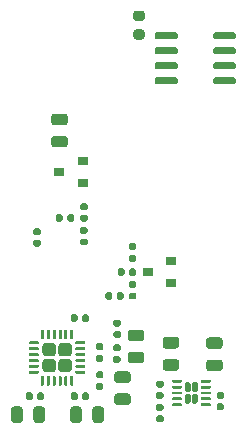
<source format=gbr>
%TF.GenerationSoftware,KiCad,Pcbnew,5.1.6*%
%TF.CreationDate,2020-08-11T21:36:28+00:00*%
%TF.ProjectId,SoundCard,536f756e-6443-4617-9264-2e6b69636164,rev?*%
%TF.SameCoordinates,Original*%
%TF.FileFunction,Paste,Top*%
%TF.FilePolarity,Positive*%
%FSLAX46Y46*%
G04 Gerber Fmt 4.6, Leading zero omitted, Abs format (unit mm)*
G04 Created by KiCad (PCBNEW 5.1.6) date 2020-08-11 21:36:28*
%MOMM*%
%LPD*%
G01*
G04 APERTURE LIST*
%ADD10R,0.900000X0.800000*%
G04 APERTURE END LIST*
%TO.C,U3*%
G36*
G01*
X137199460Y-137728120D02*
X137199460Y-138358120D01*
G75*
G02*
X136949460Y-138608120I-250000J0D01*
G01*
X136319460Y-138608120D01*
G75*
G02*
X136069460Y-138358120I0J250000D01*
G01*
X136069460Y-137728120D01*
G75*
G02*
X136319460Y-137478120I250000J0D01*
G01*
X136949460Y-137478120D01*
G75*
G02*
X137199460Y-137728120I0J-250000D01*
G01*
G37*
G36*
G01*
X137199460Y-139078120D02*
X137199460Y-139708120D01*
G75*
G02*
X136949460Y-139958120I-250000J0D01*
G01*
X136319460Y-139958120D01*
G75*
G02*
X136069460Y-139708120I0J250000D01*
G01*
X136069460Y-139078120D01*
G75*
G02*
X136319460Y-138828120I250000J0D01*
G01*
X136949460Y-138828120D01*
G75*
G02*
X137199460Y-139078120I0J-250000D01*
G01*
G37*
G36*
G01*
X138549460Y-137728120D02*
X138549460Y-138358120D01*
G75*
G02*
X138299460Y-138608120I-250000J0D01*
G01*
X137669460Y-138608120D01*
G75*
G02*
X137419460Y-138358120I0J250000D01*
G01*
X137419460Y-137728120D01*
G75*
G02*
X137669460Y-137478120I250000J0D01*
G01*
X138299460Y-137478120D01*
G75*
G02*
X138549460Y-137728120I0J-250000D01*
G01*
G37*
G36*
G01*
X138549460Y-139078120D02*
X138549460Y-139708120D01*
G75*
G02*
X138299460Y-139958120I-250000J0D01*
G01*
X137669460Y-139958120D01*
G75*
G02*
X137419460Y-139708120I0J250000D01*
G01*
X137419460Y-139078120D01*
G75*
G02*
X137669460Y-138828120I250000J0D01*
G01*
X138299460Y-138828120D01*
G75*
G02*
X138549460Y-139078120I0J-250000D01*
G01*
G37*
G36*
G01*
X138684460Y-140330620D02*
X138684460Y-141030620D01*
G75*
G02*
X138621960Y-141093120I-62500J0D01*
G01*
X138496960Y-141093120D01*
G75*
G02*
X138434460Y-141030620I0J62500D01*
G01*
X138434460Y-140330620D01*
G75*
G02*
X138496960Y-140268120I62500J0D01*
G01*
X138621960Y-140268120D01*
G75*
G02*
X138684460Y-140330620I0J-62500D01*
G01*
G37*
G36*
G01*
X138184460Y-140330620D02*
X138184460Y-141030620D01*
G75*
G02*
X138121960Y-141093120I-62500J0D01*
G01*
X137996960Y-141093120D01*
G75*
G02*
X137934460Y-141030620I0J62500D01*
G01*
X137934460Y-140330620D01*
G75*
G02*
X137996960Y-140268120I62500J0D01*
G01*
X138121960Y-140268120D01*
G75*
G02*
X138184460Y-140330620I0J-62500D01*
G01*
G37*
G36*
G01*
X137684460Y-140330620D02*
X137684460Y-141030620D01*
G75*
G02*
X137621960Y-141093120I-62500J0D01*
G01*
X137496960Y-141093120D01*
G75*
G02*
X137434460Y-141030620I0J62500D01*
G01*
X137434460Y-140330620D01*
G75*
G02*
X137496960Y-140268120I62500J0D01*
G01*
X137621960Y-140268120D01*
G75*
G02*
X137684460Y-140330620I0J-62500D01*
G01*
G37*
G36*
G01*
X137184460Y-140330620D02*
X137184460Y-141030620D01*
G75*
G02*
X137121960Y-141093120I-62500J0D01*
G01*
X136996960Y-141093120D01*
G75*
G02*
X136934460Y-141030620I0J62500D01*
G01*
X136934460Y-140330620D01*
G75*
G02*
X136996960Y-140268120I62500J0D01*
G01*
X137121960Y-140268120D01*
G75*
G02*
X137184460Y-140330620I0J-62500D01*
G01*
G37*
G36*
G01*
X136684460Y-140330620D02*
X136684460Y-141030620D01*
G75*
G02*
X136621960Y-141093120I-62500J0D01*
G01*
X136496960Y-141093120D01*
G75*
G02*
X136434460Y-141030620I0J62500D01*
G01*
X136434460Y-140330620D01*
G75*
G02*
X136496960Y-140268120I62500J0D01*
G01*
X136621960Y-140268120D01*
G75*
G02*
X136684460Y-140330620I0J-62500D01*
G01*
G37*
G36*
G01*
X136184460Y-140330620D02*
X136184460Y-141030620D01*
G75*
G02*
X136121960Y-141093120I-62500J0D01*
G01*
X135996960Y-141093120D01*
G75*
G02*
X135934460Y-141030620I0J62500D01*
G01*
X135934460Y-140330620D01*
G75*
G02*
X135996960Y-140268120I62500J0D01*
G01*
X136121960Y-140268120D01*
G75*
G02*
X136184460Y-140330620I0J-62500D01*
G01*
G37*
G36*
G01*
X135759460Y-139905620D02*
X135759460Y-140030620D01*
G75*
G02*
X135696960Y-140093120I-62500J0D01*
G01*
X134996960Y-140093120D01*
G75*
G02*
X134934460Y-140030620I0J62500D01*
G01*
X134934460Y-139905620D01*
G75*
G02*
X134996960Y-139843120I62500J0D01*
G01*
X135696960Y-139843120D01*
G75*
G02*
X135759460Y-139905620I0J-62500D01*
G01*
G37*
G36*
G01*
X135759460Y-139405620D02*
X135759460Y-139530620D01*
G75*
G02*
X135696960Y-139593120I-62500J0D01*
G01*
X134996960Y-139593120D01*
G75*
G02*
X134934460Y-139530620I0J62500D01*
G01*
X134934460Y-139405620D01*
G75*
G02*
X134996960Y-139343120I62500J0D01*
G01*
X135696960Y-139343120D01*
G75*
G02*
X135759460Y-139405620I0J-62500D01*
G01*
G37*
G36*
G01*
X135759460Y-138905620D02*
X135759460Y-139030620D01*
G75*
G02*
X135696960Y-139093120I-62500J0D01*
G01*
X134996960Y-139093120D01*
G75*
G02*
X134934460Y-139030620I0J62500D01*
G01*
X134934460Y-138905620D01*
G75*
G02*
X134996960Y-138843120I62500J0D01*
G01*
X135696960Y-138843120D01*
G75*
G02*
X135759460Y-138905620I0J-62500D01*
G01*
G37*
G36*
G01*
X135759460Y-138405620D02*
X135759460Y-138530620D01*
G75*
G02*
X135696960Y-138593120I-62500J0D01*
G01*
X134996960Y-138593120D01*
G75*
G02*
X134934460Y-138530620I0J62500D01*
G01*
X134934460Y-138405620D01*
G75*
G02*
X134996960Y-138343120I62500J0D01*
G01*
X135696960Y-138343120D01*
G75*
G02*
X135759460Y-138405620I0J-62500D01*
G01*
G37*
G36*
G01*
X135759460Y-137905620D02*
X135759460Y-138030620D01*
G75*
G02*
X135696960Y-138093120I-62500J0D01*
G01*
X134996960Y-138093120D01*
G75*
G02*
X134934460Y-138030620I0J62500D01*
G01*
X134934460Y-137905620D01*
G75*
G02*
X134996960Y-137843120I62500J0D01*
G01*
X135696960Y-137843120D01*
G75*
G02*
X135759460Y-137905620I0J-62500D01*
G01*
G37*
G36*
G01*
X135759460Y-137405620D02*
X135759460Y-137530620D01*
G75*
G02*
X135696960Y-137593120I-62500J0D01*
G01*
X134996960Y-137593120D01*
G75*
G02*
X134934460Y-137530620I0J62500D01*
G01*
X134934460Y-137405620D01*
G75*
G02*
X134996960Y-137343120I62500J0D01*
G01*
X135696960Y-137343120D01*
G75*
G02*
X135759460Y-137405620I0J-62500D01*
G01*
G37*
G36*
G01*
X136184460Y-136405620D02*
X136184460Y-137105620D01*
G75*
G02*
X136121960Y-137168120I-62500J0D01*
G01*
X135996960Y-137168120D01*
G75*
G02*
X135934460Y-137105620I0J62500D01*
G01*
X135934460Y-136405620D01*
G75*
G02*
X135996960Y-136343120I62500J0D01*
G01*
X136121960Y-136343120D01*
G75*
G02*
X136184460Y-136405620I0J-62500D01*
G01*
G37*
G36*
G01*
X136684460Y-136405620D02*
X136684460Y-137105620D01*
G75*
G02*
X136621960Y-137168120I-62500J0D01*
G01*
X136496960Y-137168120D01*
G75*
G02*
X136434460Y-137105620I0J62500D01*
G01*
X136434460Y-136405620D01*
G75*
G02*
X136496960Y-136343120I62500J0D01*
G01*
X136621960Y-136343120D01*
G75*
G02*
X136684460Y-136405620I0J-62500D01*
G01*
G37*
G36*
G01*
X137184460Y-136405620D02*
X137184460Y-137105620D01*
G75*
G02*
X137121960Y-137168120I-62500J0D01*
G01*
X136996960Y-137168120D01*
G75*
G02*
X136934460Y-137105620I0J62500D01*
G01*
X136934460Y-136405620D01*
G75*
G02*
X136996960Y-136343120I62500J0D01*
G01*
X137121960Y-136343120D01*
G75*
G02*
X137184460Y-136405620I0J-62500D01*
G01*
G37*
G36*
G01*
X137684460Y-136405620D02*
X137684460Y-137105620D01*
G75*
G02*
X137621960Y-137168120I-62500J0D01*
G01*
X137496960Y-137168120D01*
G75*
G02*
X137434460Y-137105620I0J62500D01*
G01*
X137434460Y-136405620D01*
G75*
G02*
X137496960Y-136343120I62500J0D01*
G01*
X137621960Y-136343120D01*
G75*
G02*
X137684460Y-136405620I0J-62500D01*
G01*
G37*
G36*
G01*
X138184460Y-136405620D02*
X138184460Y-137105620D01*
G75*
G02*
X138121960Y-137168120I-62500J0D01*
G01*
X137996960Y-137168120D01*
G75*
G02*
X137934460Y-137105620I0J62500D01*
G01*
X137934460Y-136405620D01*
G75*
G02*
X137996960Y-136343120I62500J0D01*
G01*
X138121960Y-136343120D01*
G75*
G02*
X138184460Y-136405620I0J-62500D01*
G01*
G37*
G36*
G01*
X138684460Y-136405620D02*
X138684460Y-137105620D01*
G75*
G02*
X138621960Y-137168120I-62500J0D01*
G01*
X138496960Y-137168120D01*
G75*
G02*
X138434460Y-137105620I0J62500D01*
G01*
X138434460Y-136405620D01*
G75*
G02*
X138496960Y-136343120I62500J0D01*
G01*
X138621960Y-136343120D01*
G75*
G02*
X138684460Y-136405620I0J-62500D01*
G01*
G37*
G36*
G01*
X139684460Y-137405620D02*
X139684460Y-137530620D01*
G75*
G02*
X139621960Y-137593120I-62500J0D01*
G01*
X138921960Y-137593120D01*
G75*
G02*
X138859460Y-137530620I0J62500D01*
G01*
X138859460Y-137405620D01*
G75*
G02*
X138921960Y-137343120I62500J0D01*
G01*
X139621960Y-137343120D01*
G75*
G02*
X139684460Y-137405620I0J-62500D01*
G01*
G37*
G36*
G01*
X139684460Y-137905620D02*
X139684460Y-138030620D01*
G75*
G02*
X139621960Y-138093120I-62500J0D01*
G01*
X138921960Y-138093120D01*
G75*
G02*
X138859460Y-138030620I0J62500D01*
G01*
X138859460Y-137905620D01*
G75*
G02*
X138921960Y-137843120I62500J0D01*
G01*
X139621960Y-137843120D01*
G75*
G02*
X139684460Y-137905620I0J-62500D01*
G01*
G37*
G36*
G01*
X139684460Y-138405620D02*
X139684460Y-138530620D01*
G75*
G02*
X139621960Y-138593120I-62500J0D01*
G01*
X138921960Y-138593120D01*
G75*
G02*
X138859460Y-138530620I0J62500D01*
G01*
X138859460Y-138405620D01*
G75*
G02*
X138921960Y-138343120I62500J0D01*
G01*
X139621960Y-138343120D01*
G75*
G02*
X139684460Y-138405620I0J-62500D01*
G01*
G37*
G36*
G01*
X139684460Y-138905620D02*
X139684460Y-139030620D01*
G75*
G02*
X139621960Y-139093120I-62500J0D01*
G01*
X138921960Y-139093120D01*
G75*
G02*
X138859460Y-139030620I0J62500D01*
G01*
X138859460Y-138905620D01*
G75*
G02*
X138921960Y-138843120I62500J0D01*
G01*
X139621960Y-138843120D01*
G75*
G02*
X139684460Y-138905620I0J-62500D01*
G01*
G37*
G36*
G01*
X139684460Y-139405620D02*
X139684460Y-139530620D01*
G75*
G02*
X139621960Y-139593120I-62500J0D01*
G01*
X138921960Y-139593120D01*
G75*
G02*
X138859460Y-139530620I0J62500D01*
G01*
X138859460Y-139405620D01*
G75*
G02*
X138921960Y-139343120I62500J0D01*
G01*
X139621960Y-139343120D01*
G75*
G02*
X139684460Y-139405620I0J-62500D01*
G01*
G37*
G36*
G01*
X139684460Y-139905620D02*
X139684460Y-140030620D01*
G75*
G02*
X139621960Y-140093120I-62500J0D01*
G01*
X138921960Y-140093120D01*
G75*
G02*
X138859460Y-140030620I0J62500D01*
G01*
X138859460Y-139905620D01*
G75*
G02*
X138921960Y-139843120I62500J0D01*
G01*
X139621960Y-139843120D01*
G75*
G02*
X139684460Y-139905620I0J-62500D01*
G01*
G37*
%TD*%
%TO.C,R1*%
G36*
G01*
X143990350Y-110926260D02*
X144502850Y-110926260D01*
G75*
G02*
X144721600Y-111145010I0J-218750D01*
G01*
X144721600Y-111582510D01*
G75*
G02*
X144502850Y-111801260I-218750J0D01*
G01*
X143990350Y-111801260D01*
G75*
G02*
X143771600Y-111582510I0J218750D01*
G01*
X143771600Y-111145010D01*
G75*
G02*
X143990350Y-110926260I218750J0D01*
G01*
G37*
G36*
G01*
X143990350Y-109351260D02*
X144502850Y-109351260D01*
G75*
G02*
X144721600Y-109570010I0J-218750D01*
G01*
X144721600Y-110007510D01*
G75*
G02*
X144502850Y-110226260I-218750J0D01*
G01*
X143990350Y-110226260D01*
G75*
G02*
X143771600Y-110007510I0J218750D01*
G01*
X143771600Y-109570010D01*
G75*
G02*
X143990350Y-109351260I218750J0D01*
G01*
G37*
%TD*%
%TO.C,U2*%
G36*
G01*
X148738240Y-142501880D02*
X148738240Y-141931880D01*
G75*
G02*
X148858240Y-141811880I120000J0D01*
G01*
X149098240Y-141811880D01*
G75*
G02*
X149218240Y-141931880I0J-120000D01*
G01*
X149218240Y-142501880D01*
G75*
G02*
X149098240Y-142621880I-120000J0D01*
G01*
X148858240Y-142621880D01*
G75*
G02*
X148738240Y-142501880I0J120000D01*
G01*
G37*
G36*
G01*
X148738240Y-141501880D02*
X148738240Y-140931880D01*
G75*
G02*
X148858240Y-140811880I120000J0D01*
G01*
X149098240Y-140811880D01*
G75*
G02*
X149218240Y-140931880I0J-120000D01*
G01*
X149218240Y-141501880D01*
G75*
G02*
X149098240Y-141621880I-120000J0D01*
G01*
X148858240Y-141621880D01*
G75*
G02*
X148738240Y-141501880I0J120000D01*
G01*
G37*
G36*
G01*
X148138240Y-142501880D02*
X148138240Y-141931880D01*
G75*
G02*
X148258240Y-141811880I120000J0D01*
G01*
X148498240Y-141811880D01*
G75*
G02*
X148618240Y-141931880I0J-120000D01*
G01*
X148618240Y-142501880D01*
G75*
G02*
X148498240Y-142621880I-120000J0D01*
G01*
X148258240Y-142621880D01*
G75*
G02*
X148138240Y-142501880I0J120000D01*
G01*
G37*
G36*
G01*
X148138240Y-141501880D02*
X148138240Y-140931880D01*
G75*
G02*
X148258240Y-140811880I120000J0D01*
G01*
X148498240Y-140811880D01*
G75*
G02*
X148618240Y-140931880I0J-120000D01*
G01*
X148618240Y-141501880D01*
G75*
G02*
X148498240Y-141621880I-120000J0D01*
G01*
X148258240Y-141621880D01*
G75*
G02*
X148138240Y-141501880I0J120000D01*
G01*
G37*
G36*
G01*
X149478240Y-140779380D02*
X149478240Y-140654380D01*
G75*
G02*
X149540740Y-140591880I62500J0D01*
G01*
X150240740Y-140591880D01*
G75*
G02*
X150303240Y-140654380I0J-62500D01*
G01*
X150303240Y-140779380D01*
G75*
G02*
X150240740Y-140841880I-62500J0D01*
G01*
X149540740Y-140841880D01*
G75*
G02*
X149478240Y-140779380I0J62500D01*
G01*
G37*
G36*
G01*
X149478240Y-141279380D02*
X149478240Y-141154380D01*
G75*
G02*
X149540740Y-141091880I62500J0D01*
G01*
X150240740Y-141091880D01*
G75*
G02*
X150303240Y-141154380I0J-62500D01*
G01*
X150303240Y-141279380D01*
G75*
G02*
X150240740Y-141341880I-62500J0D01*
G01*
X149540740Y-141341880D01*
G75*
G02*
X149478240Y-141279380I0J62500D01*
G01*
G37*
G36*
G01*
X149478240Y-141779380D02*
X149478240Y-141654380D01*
G75*
G02*
X149540740Y-141591880I62500J0D01*
G01*
X150240740Y-141591880D01*
G75*
G02*
X150303240Y-141654380I0J-62500D01*
G01*
X150303240Y-141779380D01*
G75*
G02*
X150240740Y-141841880I-62500J0D01*
G01*
X149540740Y-141841880D01*
G75*
G02*
X149478240Y-141779380I0J62500D01*
G01*
G37*
G36*
G01*
X149478240Y-142279380D02*
X149478240Y-142154380D01*
G75*
G02*
X149540740Y-142091880I62500J0D01*
G01*
X150240740Y-142091880D01*
G75*
G02*
X150303240Y-142154380I0J-62500D01*
G01*
X150303240Y-142279380D01*
G75*
G02*
X150240740Y-142341880I-62500J0D01*
G01*
X149540740Y-142341880D01*
G75*
G02*
X149478240Y-142279380I0J62500D01*
G01*
G37*
G36*
G01*
X149478240Y-142779380D02*
X149478240Y-142654380D01*
G75*
G02*
X149540740Y-142591880I62500J0D01*
G01*
X150240740Y-142591880D01*
G75*
G02*
X150303240Y-142654380I0J-62500D01*
G01*
X150303240Y-142779380D01*
G75*
G02*
X150240740Y-142841880I-62500J0D01*
G01*
X149540740Y-142841880D01*
G75*
G02*
X149478240Y-142779380I0J62500D01*
G01*
G37*
G36*
G01*
X147053240Y-142779380D02*
X147053240Y-142654380D01*
G75*
G02*
X147115740Y-142591880I62500J0D01*
G01*
X147815740Y-142591880D01*
G75*
G02*
X147878240Y-142654380I0J-62500D01*
G01*
X147878240Y-142779380D01*
G75*
G02*
X147815740Y-142841880I-62500J0D01*
G01*
X147115740Y-142841880D01*
G75*
G02*
X147053240Y-142779380I0J62500D01*
G01*
G37*
G36*
G01*
X147053240Y-142279380D02*
X147053240Y-142154380D01*
G75*
G02*
X147115740Y-142091880I62500J0D01*
G01*
X147815740Y-142091880D01*
G75*
G02*
X147878240Y-142154380I0J-62500D01*
G01*
X147878240Y-142279380D01*
G75*
G02*
X147815740Y-142341880I-62500J0D01*
G01*
X147115740Y-142341880D01*
G75*
G02*
X147053240Y-142279380I0J62500D01*
G01*
G37*
G36*
G01*
X147053240Y-141779380D02*
X147053240Y-141654380D01*
G75*
G02*
X147115740Y-141591880I62500J0D01*
G01*
X147815740Y-141591880D01*
G75*
G02*
X147878240Y-141654380I0J-62500D01*
G01*
X147878240Y-141779380D01*
G75*
G02*
X147815740Y-141841880I-62500J0D01*
G01*
X147115740Y-141841880D01*
G75*
G02*
X147053240Y-141779380I0J62500D01*
G01*
G37*
G36*
G01*
X147053240Y-141279380D02*
X147053240Y-141154380D01*
G75*
G02*
X147115740Y-141091880I62500J0D01*
G01*
X147815740Y-141091880D01*
G75*
G02*
X147878240Y-141154380I0J-62500D01*
G01*
X147878240Y-141279380D01*
G75*
G02*
X147815740Y-141341880I-62500J0D01*
G01*
X147115740Y-141341880D01*
G75*
G02*
X147053240Y-141279380I0J62500D01*
G01*
G37*
G36*
G01*
X147053240Y-140779380D02*
X147053240Y-140654380D01*
G75*
G02*
X147115740Y-140591880I62500J0D01*
G01*
X147815740Y-140591880D01*
G75*
G02*
X147878240Y-140654380I0J-62500D01*
G01*
X147878240Y-140779380D01*
G75*
G02*
X147815740Y-140841880I-62500J0D01*
G01*
X147115740Y-140841880D01*
G75*
G02*
X147053240Y-140779380I0J62500D01*
G01*
G37*
%TD*%
%TO.C,R6*%
G36*
G01*
X143870460Y-132832200D02*
X143525460Y-132832200D01*
G75*
G02*
X143377960Y-132684700I0J147500D01*
G01*
X143377960Y-132389700D01*
G75*
G02*
X143525460Y-132242200I147500J0D01*
G01*
X143870460Y-132242200D01*
G75*
G02*
X144017960Y-132389700I0J-147500D01*
G01*
X144017960Y-132684700D01*
G75*
G02*
X143870460Y-132832200I-147500J0D01*
G01*
G37*
G36*
G01*
X143870460Y-133802200D02*
X143525460Y-133802200D01*
G75*
G02*
X143377960Y-133654700I0J147500D01*
G01*
X143377960Y-133359700D01*
G75*
G02*
X143525460Y-133212200I147500J0D01*
G01*
X143870460Y-133212200D01*
G75*
G02*
X144017960Y-133359700I0J-147500D01*
G01*
X144017960Y-133654700D01*
G75*
G02*
X143870460Y-133802200I-147500J0D01*
G01*
G37*
%TD*%
%TO.C,R5*%
G36*
G01*
X146176780Y-141270360D02*
X145831780Y-141270360D01*
G75*
G02*
X145684280Y-141122860I0J147500D01*
G01*
X145684280Y-140827860D01*
G75*
G02*
X145831780Y-140680360I147500J0D01*
G01*
X146176780Y-140680360D01*
G75*
G02*
X146324280Y-140827860I0J-147500D01*
G01*
X146324280Y-141122860D01*
G75*
G02*
X146176780Y-141270360I-147500J0D01*
G01*
G37*
G36*
G01*
X146176780Y-142240360D02*
X145831780Y-142240360D01*
G75*
G02*
X145684280Y-142092860I0J147500D01*
G01*
X145684280Y-141797860D01*
G75*
G02*
X145831780Y-141650360I147500J0D01*
G01*
X146176780Y-141650360D01*
G75*
G02*
X146324280Y-141797860I0J-147500D01*
G01*
X146324280Y-142092860D01*
G75*
G02*
X146176780Y-142240360I-147500J0D01*
G01*
G37*
%TD*%
%TO.C,R4*%
G36*
G01*
X145831780Y-143621120D02*
X146176780Y-143621120D01*
G75*
G02*
X146324280Y-143768620I0J-147500D01*
G01*
X146324280Y-144063620D01*
G75*
G02*
X146176780Y-144211120I-147500J0D01*
G01*
X145831780Y-144211120D01*
G75*
G02*
X145684280Y-144063620I0J147500D01*
G01*
X145684280Y-143768620D01*
G75*
G02*
X145831780Y-143621120I147500J0D01*
G01*
G37*
G36*
G01*
X145831780Y-142651120D02*
X146176780Y-142651120D01*
G75*
G02*
X146324280Y-142798620I0J-147500D01*
G01*
X146324280Y-143093620D01*
G75*
G02*
X146176780Y-143241120I-147500J0D01*
G01*
X145831780Y-143241120D01*
G75*
G02*
X145684280Y-143093620I0J147500D01*
G01*
X145684280Y-142798620D01*
G75*
G02*
X145831780Y-142651120I147500J0D01*
G01*
G37*
%TD*%
%TO.C,R3*%
G36*
G01*
X143525460Y-129999240D02*
X143870460Y-129999240D01*
G75*
G02*
X144017960Y-130146740I0J-147500D01*
G01*
X144017960Y-130441740D01*
G75*
G02*
X143870460Y-130589240I-147500J0D01*
G01*
X143525460Y-130589240D01*
G75*
G02*
X143377960Y-130441740I0J147500D01*
G01*
X143377960Y-130146740D01*
G75*
G02*
X143525460Y-129999240I147500J0D01*
G01*
G37*
G36*
G01*
X143525460Y-129029240D02*
X143870460Y-129029240D01*
G75*
G02*
X144017960Y-129176740I0J-147500D01*
G01*
X144017960Y-129471740D01*
G75*
G02*
X143870460Y-129619240I-147500J0D01*
G01*
X143525460Y-129619240D01*
G75*
G02*
X143377960Y-129471740I0J147500D01*
G01*
X143377960Y-129176740D01*
G75*
G02*
X143525460Y-129029240I147500J0D01*
G01*
G37*
%TD*%
%TO.C,R2*%
G36*
G01*
X143022960Y-131323300D02*
X143022960Y-131668300D01*
G75*
G02*
X142875460Y-131815800I-147500J0D01*
G01*
X142580460Y-131815800D01*
G75*
G02*
X142432960Y-131668300I0J147500D01*
G01*
X142432960Y-131323300D01*
G75*
G02*
X142580460Y-131175800I147500J0D01*
G01*
X142875460Y-131175800D01*
G75*
G02*
X143022960Y-131323300I0J-147500D01*
G01*
G37*
G36*
G01*
X143992960Y-131323300D02*
X143992960Y-131668300D01*
G75*
G02*
X143845460Y-131815800I-147500J0D01*
G01*
X143550460Y-131815800D01*
G75*
G02*
X143402960Y-131668300I0J147500D01*
G01*
X143402960Y-131323300D01*
G75*
G02*
X143550460Y-131175800I147500J0D01*
G01*
X143845460Y-131175800D01*
G75*
G02*
X143992960Y-131323300I0J-147500D01*
G01*
G37*
%TD*%
%TO.C,C15*%
G36*
G01*
X141986640Y-133329900D02*
X141986640Y-133674900D01*
G75*
G02*
X141839140Y-133822400I-147500J0D01*
G01*
X141544140Y-133822400D01*
G75*
G02*
X141396640Y-133674900I0J147500D01*
G01*
X141396640Y-133329900D01*
G75*
G02*
X141544140Y-133182400I147500J0D01*
G01*
X141839140Y-133182400D01*
G75*
G02*
X141986640Y-133329900I0J-147500D01*
G01*
G37*
G36*
G01*
X142956640Y-133329900D02*
X142956640Y-133674900D01*
G75*
G02*
X142809140Y-133822400I-147500J0D01*
G01*
X142514140Y-133822400D01*
G75*
G02*
X142366640Y-133674900I0J147500D01*
G01*
X142366640Y-133329900D01*
G75*
G02*
X142514140Y-133182400I147500J0D01*
G01*
X142809140Y-133182400D01*
G75*
G02*
X142956640Y-133329900I0J-147500D01*
G01*
G37*
%TD*%
%TO.C,C13*%
G36*
G01*
X147405410Y-137952300D02*
X146492910Y-137952300D01*
G75*
G02*
X146249160Y-137708550I0J243750D01*
G01*
X146249160Y-137221050D01*
G75*
G02*
X146492910Y-136977300I243750J0D01*
G01*
X147405410Y-136977300D01*
G75*
G02*
X147649160Y-137221050I0J-243750D01*
G01*
X147649160Y-137708550D01*
G75*
G02*
X147405410Y-137952300I-243750J0D01*
G01*
G37*
G36*
G01*
X147405410Y-139827300D02*
X146492910Y-139827300D01*
G75*
G02*
X146249160Y-139583550I0J243750D01*
G01*
X146249160Y-139096050D01*
G75*
G02*
X146492910Y-138852300I243750J0D01*
G01*
X147405410Y-138852300D01*
G75*
G02*
X147649160Y-139096050I0J-243750D01*
G01*
X147649160Y-139583550D01*
G75*
G02*
X147405410Y-139827300I-243750J0D01*
G01*
G37*
%TD*%
%TO.C,C9*%
G36*
G01*
X137049190Y-119949520D02*
X137961690Y-119949520D01*
G75*
G02*
X138205440Y-120193270I0J-243750D01*
G01*
X138205440Y-120680770D01*
G75*
G02*
X137961690Y-120924520I-243750J0D01*
G01*
X137049190Y-120924520D01*
G75*
G02*
X136805440Y-120680770I0J243750D01*
G01*
X136805440Y-120193270D01*
G75*
G02*
X137049190Y-119949520I243750J0D01*
G01*
G37*
G36*
G01*
X137049190Y-118074520D02*
X137961690Y-118074520D01*
G75*
G02*
X138205440Y-118318270I0J-243750D01*
G01*
X138205440Y-118805770D01*
G75*
G02*
X137961690Y-119049520I-243750J0D01*
G01*
X137049190Y-119049520D01*
G75*
G02*
X136805440Y-118805770I0J243750D01*
G01*
X136805440Y-118318270D01*
G75*
G02*
X137049190Y-118074520I243750J0D01*
G01*
G37*
%TD*%
%TO.C,C6*%
G36*
G01*
X151302500Y-142225400D02*
X150957500Y-142225400D01*
G75*
G02*
X150810000Y-142077900I0J147500D01*
G01*
X150810000Y-141782900D01*
G75*
G02*
X150957500Y-141635400I147500J0D01*
G01*
X151302500Y-141635400D01*
G75*
G02*
X151450000Y-141782900I0J-147500D01*
G01*
X151450000Y-142077900D01*
G75*
G02*
X151302500Y-142225400I-147500J0D01*
G01*
G37*
G36*
G01*
X151302500Y-143195400D02*
X150957500Y-143195400D01*
G75*
G02*
X150810000Y-143047900I0J147500D01*
G01*
X150810000Y-142752900D01*
G75*
G02*
X150957500Y-142605400I147500J0D01*
G01*
X151302500Y-142605400D01*
G75*
G02*
X151450000Y-142752900I0J-147500D01*
G01*
X151450000Y-143047900D01*
G75*
G02*
X151302500Y-143195400I-147500J0D01*
G01*
G37*
%TD*%
%TO.C,C1*%
G36*
G01*
X151083330Y-137992460D02*
X150170830Y-137992460D01*
G75*
G02*
X149927080Y-137748710I0J243750D01*
G01*
X149927080Y-137261210D01*
G75*
G02*
X150170830Y-137017460I243750J0D01*
G01*
X151083330Y-137017460D01*
G75*
G02*
X151327080Y-137261210I0J-243750D01*
G01*
X151327080Y-137748710D01*
G75*
G02*
X151083330Y-137992460I-243750J0D01*
G01*
G37*
G36*
G01*
X151083330Y-139867460D02*
X150170830Y-139867460D01*
G75*
G02*
X149927080Y-139623710I0J243750D01*
G01*
X149927080Y-139136210D01*
G75*
G02*
X150170830Y-138892460I243750J0D01*
G01*
X151083330Y-138892460D01*
G75*
G02*
X151327080Y-139136210I0J-243750D01*
G01*
X151327080Y-139623710D01*
G75*
G02*
X151083330Y-139867460I-243750J0D01*
G01*
G37*
%TD*%
D10*
%TO.C,D1*%
X137490200Y-123007120D03*
X139490200Y-122057120D03*
X139490200Y-123957120D03*
%TD*%
%TO.C,C2*%
G36*
G01*
X135625200Y-142168660D02*
X135625200Y-141823660D01*
G75*
G02*
X135772700Y-141676160I147500J0D01*
G01*
X136067700Y-141676160D01*
G75*
G02*
X136215200Y-141823660I0J-147500D01*
G01*
X136215200Y-142168660D01*
G75*
G02*
X136067700Y-142316160I-147500J0D01*
G01*
X135772700Y-142316160D01*
G75*
G02*
X135625200Y-142168660I0J147500D01*
G01*
G37*
G36*
G01*
X134655200Y-142168660D02*
X134655200Y-141823660D01*
G75*
G02*
X134802700Y-141676160I147500J0D01*
G01*
X135097700Y-141676160D01*
G75*
G02*
X135245200Y-141823660I0J-147500D01*
G01*
X135245200Y-142168660D01*
G75*
G02*
X135097700Y-142316160I-147500J0D01*
G01*
X134802700Y-142316160D01*
G75*
G02*
X134655200Y-142168660I0J147500D01*
G01*
G37*
%TD*%
%TO.C,C3*%
G36*
G01*
X139055200Y-141823660D02*
X139055200Y-142168660D01*
G75*
G02*
X138907700Y-142316160I-147500J0D01*
G01*
X138612700Y-142316160D01*
G75*
G02*
X138465200Y-142168660I0J147500D01*
G01*
X138465200Y-141823660D01*
G75*
G02*
X138612700Y-141676160I147500J0D01*
G01*
X138907700Y-141676160D01*
G75*
G02*
X139055200Y-141823660I0J-147500D01*
G01*
G37*
G36*
G01*
X140025200Y-141823660D02*
X140025200Y-142168660D01*
G75*
G02*
X139877700Y-142316160I-147500J0D01*
G01*
X139582700Y-142316160D01*
G75*
G02*
X139435200Y-142168660I0J147500D01*
G01*
X139435200Y-141823660D01*
G75*
G02*
X139582700Y-141676160I147500J0D01*
G01*
X139877700Y-141676160D01*
G75*
G02*
X140025200Y-141823660I0J-147500D01*
G01*
G37*
%TD*%
%TO.C,C4*%
G36*
G01*
X134400900Y-143089310D02*
X134400900Y-144001810D01*
G75*
G02*
X134157150Y-144245560I-243750J0D01*
G01*
X133669650Y-144245560D01*
G75*
G02*
X133425900Y-144001810I0J243750D01*
G01*
X133425900Y-143089310D01*
G75*
G02*
X133669650Y-142845560I243750J0D01*
G01*
X134157150Y-142845560D01*
G75*
G02*
X134400900Y-143089310I0J-243750D01*
G01*
G37*
G36*
G01*
X136275900Y-143089310D02*
X136275900Y-144001810D01*
G75*
G02*
X136032150Y-144245560I-243750J0D01*
G01*
X135544650Y-144245560D01*
G75*
G02*
X135300900Y-144001810I0J243750D01*
G01*
X135300900Y-143089310D01*
G75*
G02*
X135544650Y-142845560I243750J0D01*
G01*
X136032150Y-142845560D01*
G75*
G02*
X136275900Y-143089310I0J-243750D01*
G01*
G37*
%TD*%
%TO.C,C5*%
G36*
G01*
X140300100Y-144001810D02*
X140300100Y-143089310D01*
G75*
G02*
X140543850Y-142845560I243750J0D01*
G01*
X141031350Y-142845560D01*
G75*
G02*
X141275100Y-143089310I0J-243750D01*
G01*
X141275100Y-144001810D01*
G75*
G02*
X141031350Y-144245560I-243750J0D01*
G01*
X140543850Y-144245560D01*
G75*
G02*
X140300100Y-144001810I0J243750D01*
G01*
G37*
G36*
G01*
X138425100Y-144001810D02*
X138425100Y-143089310D01*
G75*
G02*
X138668850Y-142845560I243750J0D01*
G01*
X139156350Y-142845560D01*
G75*
G02*
X139400100Y-143089310I0J-243750D01*
G01*
X139400100Y-144001810D01*
G75*
G02*
X139156350Y-144245560I-243750J0D01*
G01*
X138668850Y-144245560D01*
G75*
G02*
X138425100Y-144001810I0J243750D01*
G01*
G37*
%TD*%
%TO.C,C7*%
G36*
G01*
X141091700Y-140482960D02*
X140746700Y-140482960D01*
G75*
G02*
X140599200Y-140335460I0J147500D01*
G01*
X140599200Y-140040460D01*
G75*
G02*
X140746700Y-139892960I147500J0D01*
G01*
X141091700Y-139892960D01*
G75*
G02*
X141239200Y-140040460I0J-147500D01*
G01*
X141239200Y-140335460D01*
G75*
G02*
X141091700Y-140482960I-147500J0D01*
G01*
G37*
G36*
G01*
X141091700Y-141452960D02*
X140746700Y-141452960D01*
G75*
G02*
X140599200Y-141305460I0J147500D01*
G01*
X140599200Y-141010460D01*
G75*
G02*
X140746700Y-140862960I147500J0D01*
G01*
X141091700Y-140862960D01*
G75*
G02*
X141239200Y-141010460I0J-147500D01*
G01*
X141239200Y-141305460D01*
G75*
G02*
X141091700Y-141452960I-147500J0D01*
G01*
G37*
%TD*%
%TO.C,C8*%
G36*
G01*
X142194500Y-138576960D02*
X142539500Y-138576960D01*
G75*
G02*
X142687000Y-138724460I0J-147500D01*
G01*
X142687000Y-139019460D01*
G75*
G02*
X142539500Y-139166960I-147500J0D01*
G01*
X142194500Y-139166960D01*
G75*
G02*
X142047000Y-139019460I0J147500D01*
G01*
X142047000Y-138724460D01*
G75*
G02*
X142194500Y-138576960I147500J0D01*
G01*
G37*
G36*
G01*
X142194500Y-137606960D02*
X142539500Y-137606960D01*
G75*
G02*
X142687000Y-137754460I0J-147500D01*
G01*
X142687000Y-138049460D01*
G75*
G02*
X142539500Y-138196960I-147500J0D01*
G01*
X142194500Y-138196960D01*
G75*
G02*
X142047000Y-138049460I0J147500D01*
G01*
X142047000Y-137754460D01*
G75*
G02*
X142194500Y-137606960I147500J0D01*
G01*
G37*
%TD*%
%TO.C,C10*%
G36*
G01*
X142393350Y-141758060D02*
X143305850Y-141758060D01*
G75*
G02*
X143549600Y-142001810I0J-243750D01*
G01*
X143549600Y-142489310D01*
G75*
G02*
X143305850Y-142733060I-243750J0D01*
G01*
X142393350Y-142733060D01*
G75*
G02*
X142149600Y-142489310I0J243750D01*
G01*
X142149600Y-142001810D01*
G75*
G02*
X142393350Y-141758060I243750J0D01*
G01*
G37*
G36*
G01*
X142393350Y-139883060D02*
X143305850Y-139883060D01*
G75*
G02*
X143549600Y-140126810I0J-243750D01*
G01*
X143549600Y-140614310D01*
G75*
G02*
X143305850Y-140858060I-243750J0D01*
G01*
X142393350Y-140858060D01*
G75*
G02*
X142149600Y-140614310I0J243750D01*
G01*
X142149600Y-140126810D01*
G75*
G02*
X142393350Y-139883060I243750J0D01*
G01*
G37*
%TD*%
%TO.C,C14*%
G36*
G01*
X137780120Y-126736060D02*
X137780120Y-127081060D01*
G75*
G02*
X137632620Y-127228560I-147500J0D01*
G01*
X137337620Y-127228560D01*
G75*
G02*
X137190120Y-127081060I0J147500D01*
G01*
X137190120Y-126736060D01*
G75*
G02*
X137337620Y-126588560I147500J0D01*
G01*
X137632620Y-126588560D01*
G75*
G02*
X137780120Y-126736060I0J-147500D01*
G01*
G37*
G36*
G01*
X138750120Y-126736060D02*
X138750120Y-127081060D01*
G75*
G02*
X138602620Y-127228560I-147500J0D01*
G01*
X138307620Y-127228560D01*
G75*
G02*
X138160120Y-127081060I0J147500D01*
G01*
X138160120Y-126736060D01*
G75*
G02*
X138307620Y-126588560I147500J0D01*
G01*
X138602620Y-126588560D01*
G75*
G02*
X138750120Y-126736060I0J-147500D01*
G01*
G37*
%TD*%
%TO.C,C11*%
G36*
G01*
X144448850Y-137332060D02*
X143536350Y-137332060D01*
G75*
G02*
X143292600Y-137088310I0J243750D01*
G01*
X143292600Y-136600810D01*
G75*
G02*
X143536350Y-136357060I243750J0D01*
G01*
X144448850Y-136357060D01*
G75*
G02*
X144692600Y-136600810I0J-243750D01*
G01*
X144692600Y-137088310D01*
G75*
G02*
X144448850Y-137332060I-243750J0D01*
G01*
G37*
G36*
G01*
X144448850Y-139207060D02*
X143536350Y-139207060D01*
G75*
G02*
X143292600Y-138963310I0J243750D01*
G01*
X143292600Y-138475810D01*
G75*
G02*
X143536350Y-138232060I243750J0D01*
G01*
X144448850Y-138232060D01*
G75*
G02*
X144692600Y-138475810I0J-243750D01*
G01*
X144692600Y-138963310D01*
G75*
G02*
X144448850Y-139207060I-243750J0D01*
G01*
G37*
%TD*%
%TO.C,C12*%
G36*
G01*
X140746700Y-138480160D02*
X141091700Y-138480160D01*
G75*
G02*
X141239200Y-138627660I0J-147500D01*
G01*
X141239200Y-138922660D01*
G75*
G02*
X141091700Y-139070160I-147500J0D01*
G01*
X140746700Y-139070160D01*
G75*
G02*
X140599200Y-138922660I0J147500D01*
G01*
X140599200Y-138627660D01*
G75*
G02*
X140746700Y-138480160I147500J0D01*
G01*
G37*
G36*
G01*
X140746700Y-137510160D02*
X141091700Y-137510160D01*
G75*
G02*
X141239200Y-137657660I0J-147500D01*
G01*
X141239200Y-137952660D01*
G75*
G02*
X141091700Y-138100160I-147500J0D01*
G01*
X140746700Y-138100160D01*
G75*
G02*
X140599200Y-137952660I0J147500D01*
G01*
X140599200Y-137657660D01*
G75*
G02*
X140746700Y-137510160I147500J0D01*
G01*
G37*
%TD*%
%TO.C,C18*%
G36*
G01*
X139432800Y-135564660D02*
X139432800Y-135219660D01*
G75*
G02*
X139580300Y-135072160I147500J0D01*
G01*
X139875300Y-135072160D01*
G75*
G02*
X140022800Y-135219660I0J-147500D01*
G01*
X140022800Y-135564660D01*
G75*
G02*
X139875300Y-135712160I-147500J0D01*
G01*
X139580300Y-135712160D01*
G75*
G02*
X139432800Y-135564660I0J147500D01*
G01*
G37*
G36*
G01*
X138462800Y-135564660D02*
X138462800Y-135219660D01*
G75*
G02*
X138610300Y-135072160I147500J0D01*
G01*
X138905300Y-135072160D01*
G75*
G02*
X139052800Y-135219660I0J-147500D01*
G01*
X139052800Y-135564660D01*
G75*
G02*
X138905300Y-135712160I-147500J0D01*
G01*
X138610300Y-135712160D01*
G75*
G02*
X138462800Y-135564660I0J147500D01*
G01*
G37*
%TD*%
%TO.C,R7*%
G36*
G01*
X139755660Y-126238360D02*
X139410660Y-126238360D01*
G75*
G02*
X139263160Y-126090860I0J147500D01*
G01*
X139263160Y-125795860D01*
G75*
G02*
X139410660Y-125648360I147500J0D01*
G01*
X139755660Y-125648360D01*
G75*
G02*
X139903160Y-125795860I0J-147500D01*
G01*
X139903160Y-126090860D01*
G75*
G02*
X139755660Y-126238360I-147500J0D01*
G01*
G37*
G36*
G01*
X139755660Y-127208360D02*
X139410660Y-127208360D01*
G75*
G02*
X139263160Y-127060860I0J147500D01*
G01*
X139263160Y-126765860D01*
G75*
G02*
X139410660Y-126618360I147500J0D01*
G01*
X139755660Y-126618360D01*
G75*
G02*
X139903160Y-126765860I0J-147500D01*
G01*
X139903160Y-127060860D01*
G75*
G02*
X139755660Y-127208360I-147500J0D01*
G01*
G37*
%TD*%
%TO.C,U1*%
G36*
G01*
X145565460Y-111633600D02*
X145565460Y-111333600D01*
G75*
G02*
X145715460Y-111183600I150000J0D01*
G01*
X147365460Y-111183600D01*
G75*
G02*
X147515460Y-111333600I0J-150000D01*
G01*
X147515460Y-111633600D01*
G75*
G02*
X147365460Y-111783600I-150000J0D01*
G01*
X145715460Y-111783600D01*
G75*
G02*
X145565460Y-111633600I0J150000D01*
G01*
G37*
G36*
G01*
X145565460Y-112903600D02*
X145565460Y-112603600D01*
G75*
G02*
X145715460Y-112453600I150000J0D01*
G01*
X147365460Y-112453600D01*
G75*
G02*
X147515460Y-112603600I0J-150000D01*
G01*
X147515460Y-112903600D01*
G75*
G02*
X147365460Y-113053600I-150000J0D01*
G01*
X145715460Y-113053600D01*
G75*
G02*
X145565460Y-112903600I0J150000D01*
G01*
G37*
G36*
G01*
X145565460Y-114173600D02*
X145565460Y-113873600D01*
G75*
G02*
X145715460Y-113723600I150000J0D01*
G01*
X147365460Y-113723600D01*
G75*
G02*
X147515460Y-113873600I0J-150000D01*
G01*
X147515460Y-114173600D01*
G75*
G02*
X147365460Y-114323600I-150000J0D01*
G01*
X145715460Y-114323600D01*
G75*
G02*
X145565460Y-114173600I0J150000D01*
G01*
G37*
G36*
G01*
X145565460Y-115443600D02*
X145565460Y-115143600D01*
G75*
G02*
X145715460Y-114993600I150000J0D01*
G01*
X147365460Y-114993600D01*
G75*
G02*
X147515460Y-115143600I0J-150000D01*
G01*
X147515460Y-115443600D01*
G75*
G02*
X147365460Y-115593600I-150000J0D01*
G01*
X145715460Y-115593600D01*
G75*
G02*
X145565460Y-115443600I0J150000D01*
G01*
G37*
G36*
G01*
X150515460Y-115443600D02*
X150515460Y-115143600D01*
G75*
G02*
X150665460Y-114993600I150000J0D01*
G01*
X152315460Y-114993600D01*
G75*
G02*
X152465460Y-115143600I0J-150000D01*
G01*
X152465460Y-115443600D01*
G75*
G02*
X152315460Y-115593600I-150000J0D01*
G01*
X150665460Y-115593600D01*
G75*
G02*
X150515460Y-115443600I0J150000D01*
G01*
G37*
G36*
G01*
X150515460Y-114173600D02*
X150515460Y-113873600D01*
G75*
G02*
X150665460Y-113723600I150000J0D01*
G01*
X152315460Y-113723600D01*
G75*
G02*
X152465460Y-113873600I0J-150000D01*
G01*
X152465460Y-114173600D01*
G75*
G02*
X152315460Y-114323600I-150000J0D01*
G01*
X150665460Y-114323600D01*
G75*
G02*
X150515460Y-114173600I0J150000D01*
G01*
G37*
G36*
G01*
X150515460Y-112903600D02*
X150515460Y-112603600D01*
G75*
G02*
X150665460Y-112453600I150000J0D01*
G01*
X152315460Y-112453600D01*
G75*
G02*
X152465460Y-112603600I0J-150000D01*
G01*
X152465460Y-112903600D01*
G75*
G02*
X152315460Y-113053600I-150000J0D01*
G01*
X150665460Y-113053600D01*
G75*
G02*
X150515460Y-112903600I0J150000D01*
G01*
G37*
G36*
G01*
X150515460Y-111633600D02*
X150515460Y-111333600D01*
G75*
G02*
X150665460Y-111183600I150000J0D01*
G01*
X152315460Y-111183600D01*
G75*
G02*
X152465460Y-111333600I0J-150000D01*
G01*
X152465460Y-111633600D01*
G75*
G02*
X152315460Y-111783600I-150000J0D01*
G01*
X150665460Y-111783600D01*
G75*
G02*
X150515460Y-111633600I0J150000D01*
G01*
G37*
%TD*%
%TO.C,C16*%
G36*
G01*
X142230060Y-136484000D02*
X142575060Y-136484000D01*
G75*
G02*
X142722560Y-136631500I0J-147500D01*
G01*
X142722560Y-136926500D01*
G75*
G02*
X142575060Y-137074000I-147500J0D01*
G01*
X142230060Y-137074000D01*
G75*
G02*
X142082560Y-136926500I0J147500D01*
G01*
X142082560Y-136631500D01*
G75*
G02*
X142230060Y-136484000I147500J0D01*
G01*
G37*
G36*
G01*
X142230060Y-135514000D02*
X142575060Y-135514000D01*
G75*
G02*
X142722560Y-135661500I0J-147500D01*
G01*
X142722560Y-135956500D01*
G75*
G02*
X142575060Y-136104000I-147500J0D01*
G01*
X142230060Y-136104000D01*
G75*
G02*
X142082560Y-135956500I0J147500D01*
G01*
X142082560Y-135661500D01*
G75*
G02*
X142230060Y-135514000I147500J0D01*
G01*
G37*
%TD*%
%TO.C,D2*%
X144979640Y-131495760D03*
X146979640Y-130545760D03*
X146979640Y-132445760D03*
%TD*%
%TO.C,C17*%
G36*
G01*
X139405580Y-128640200D02*
X139750580Y-128640200D01*
G75*
G02*
X139898080Y-128787700I0J-147500D01*
G01*
X139898080Y-129082700D01*
G75*
G02*
X139750580Y-129230200I-147500J0D01*
G01*
X139405580Y-129230200D01*
G75*
G02*
X139258080Y-129082700I0J147500D01*
G01*
X139258080Y-128787700D01*
G75*
G02*
X139405580Y-128640200I147500J0D01*
G01*
G37*
G36*
G01*
X139405580Y-127670200D02*
X139750580Y-127670200D01*
G75*
G02*
X139898080Y-127817700I0J-147500D01*
G01*
X139898080Y-128112700D01*
G75*
G02*
X139750580Y-128260200I-147500J0D01*
G01*
X139405580Y-128260200D01*
G75*
G02*
X139258080Y-128112700I0J147500D01*
G01*
X139258080Y-127817700D01*
G75*
G02*
X139405580Y-127670200I147500J0D01*
G01*
G37*
%TD*%
%TO.C,C19*%
G36*
G01*
X135783100Y-128351920D02*
X135438100Y-128351920D01*
G75*
G02*
X135290600Y-128204420I0J147500D01*
G01*
X135290600Y-127909420D01*
G75*
G02*
X135438100Y-127761920I147500J0D01*
G01*
X135783100Y-127761920D01*
G75*
G02*
X135930600Y-127909420I0J-147500D01*
G01*
X135930600Y-128204420D01*
G75*
G02*
X135783100Y-128351920I-147500J0D01*
G01*
G37*
G36*
G01*
X135783100Y-129321920D02*
X135438100Y-129321920D01*
G75*
G02*
X135290600Y-129174420I0J147500D01*
G01*
X135290600Y-128879420D01*
G75*
G02*
X135438100Y-128731920I147500J0D01*
G01*
X135783100Y-128731920D01*
G75*
G02*
X135930600Y-128879420I0J-147500D01*
G01*
X135930600Y-129174420D01*
G75*
G02*
X135783100Y-129321920I-147500J0D01*
G01*
G37*
%TD*%
M02*

</source>
